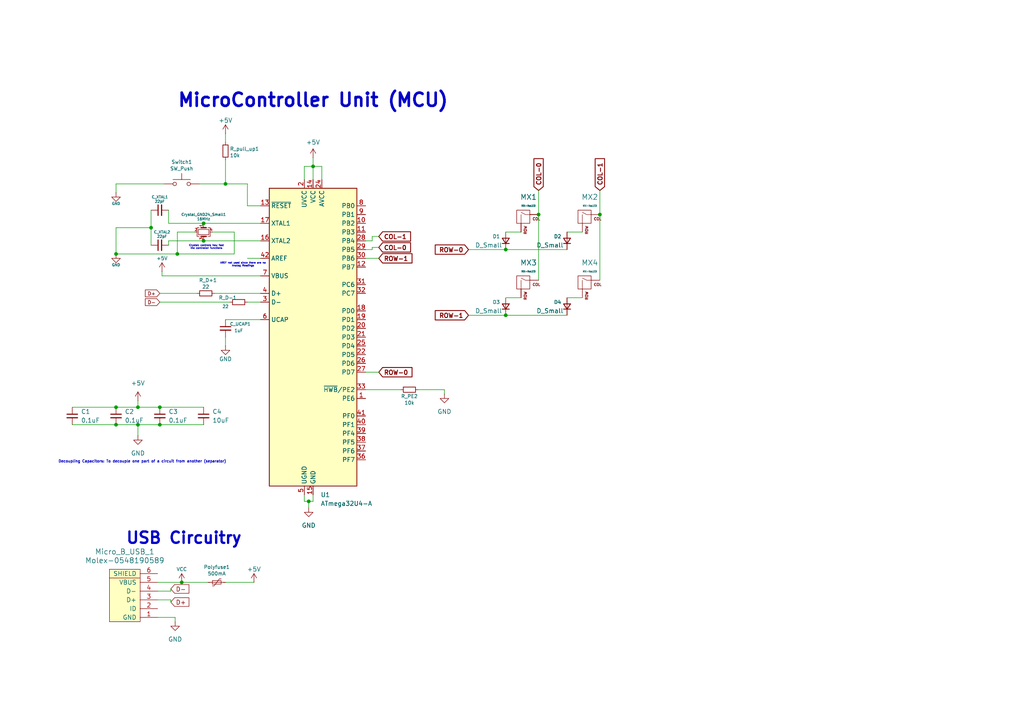
<source format=kicad_sch>
(kicad_sch (version 20231120) (generator "eeschema") (generator_version "8.0")
  (paper "A4")
  (title_block (title "Mechanical Keyboard PCB V1.0") (date "2024-08-16"))
  (lib_symbols
    (symbol "Device:C_Small" (pin_numbers hide) (pin_names (offset 0.254) hide)
      (property "Reference" "C" (at 0.254 1.778 0))
      (property "Value" "C_Small" (at 0.254 -2.032 0))
      (symbol "C_Small_0_1"
        (polyline (pts (xy -1.524 -0.508) (xy 1.524 -0.508)) (stroke (width 0.3302)))
        (polyline (pts (xy -1.524 0.508) (xy 1.524 0.508)) (stroke (width 0.3048)))
      )
      (symbol "C_Small_1_1"
        (pin passive line (at 0 2.54 270) (length 2.032) (name "~") (number "1"))
        (pin passive line (at 0 -2.54 90) (length 2.032) (name "~") (number "2"))
      )
    )
    (symbol "Device:Crystal_GND24_Small" (pin_names (offset 1.016) hide)
      (property "Reference" "Y" (at 1.27 4.445 0))
      (property "Value" "Crystal_GND24_Small" (at 1.27 2.54 0))
      (symbol "Crystal_GND24_Small_0_1"
        (rectangle (start -0.762 -1.524) (end 0.762 1.524))
        (polyline (pts (xy -1.27 -0.762) (xy -1.27 0.762)) (stroke (width 0.381)))
        (polyline (pts (xy 1.27 -0.762) (xy 1.27 0.762)) (stroke (width 0.381)))
        (polyline (pts (xy -1.27 -1.27) (xy -1.27 -1.905) (xy 1.27 -1.905) (xy 1.27 -1.27)))
        (polyline (pts (xy -1.27 1.27) (xy -1.27 1.905) (xy 1.27 1.905) (xy 1.27 1.27)))
      )
      (symbol "Crystal_GND24_Small_1_1"
        (pin passive line (at -2.54 0 0) (length 1.27) (name "1") (number "1"))
        (pin passive line (at 0 -2.54 90) (length 0.635) (name "2") (number "2"))
        (pin passive line (at 2.54 0 180) (length 1.27) (name "3") (number "3"))
        (pin passive line (at 0 2.54 270) (length 0.635) (name "4") (number "4"))
      )
    )
    (symbol "Device:D_Small" (pin_numbers hide) (pin_names (offset 0.254) hide)
      (property "Reference" "D" (at -1.27 2.032 0))
      (property "Value" "D_Small" (at -3.81 -2.032 0))
      (symbol "D_Small_0_1"
        (polyline (pts (xy -0.762 -1.016) (xy -0.762 1.016)) (stroke (width 0.254)))
        (polyline (pts (xy -0.762 0) (xy 0.762 0)))
        (polyline (pts (xy 0.762 -1.016) (xy -0.762 0) (xy 0.762 1.016) (xy 0.762 -1.016)) (stroke (width 0.254)))
      )
      (symbol "D_Small_1_1"
        (pin passive line (at -2.54 0 0) (length 1.778) (name "K") (number "1"))
        (pin passive line (at 2.54 0 180) (length 1.778) (name "A") (number "2"))
      )
    )
    (symbol "Device:Polyfuse_Small" (pin_numbers hide) (pin_names (offset 0))
      (property "Reference" "F" (at -1.905 0 90))
      (property "Value" "Polyfuse_Small" (at 1.905 0 90))
      (symbol "Polyfuse_Small_0_1"
        (rectangle (start -0.508 1.27) (end 0.508 -1.27))
        (polyline (pts (xy 0 2.54) (xy 0 -2.54)))
        (polyline (pts (xy -1.016 1.27) (xy -1.016 0.762) (xy 1.016 -0.762) (xy 1.016 -1.27)))
      )
      (symbol "Polyfuse_Small_1_1"
        (pin passive line (at 0 2.54 270) (length 0.635) (name "~") (number "1"))
        (pin passive line (at 0 -2.54 90) (length 0.635) (name "~") (number "2"))
      )
    )
    (symbol "Device:R_Small" (pin_numbers hide) (pin_names (offset 0.254) hide)
      (property "Reference" "R" (at 0.762 0.508 0))
      (property "Value" "R_Small" (at 0.762 -1.016 0))
      (symbol "R_Small_0_1"
        (rectangle (start -0.762 1.778) (end 0.762 -1.778) (stroke (width 0.2032)))
      )
      (symbol "R_Small_1_1"
        (pin passive line (at 0 2.54 270) (length 0.762) (name "~") (number "1"))
        (pin passive line (at 0 -2.54 90) (length 0.762) (name "~") (number "2"))
      )
    )
    (symbol "MCU_Microchip_ATmega:ATmega32U4-A"
      (property "Reference" "U" (at -12.7 44.45 0))
      (property "Value" "ATmega32U4-A" (at 2.54 -44.45 0))
      (symbol "ATmega32U4-A_0_1"
        (rectangle (start -12.7 -43.18) (end 12.7 43.18) (stroke (width 0.254)) (fill (type background)))
      )
      (symbol "ATmega32U4-A_1_1"
        (pin bidirectional line (at 15.24 -17.78 180) (length 2.54) (name "PE6") (number "1"))
        (pin bidirectional line (at 15.24 33.02 180) (length 2.54) (name "PB2") (number "10"))
        (pin bidirectional line (at 15.24 30.48 180) (length 2.54) (name "PB3") (number "11"))
        (pin bidirectional line (at 15.24 20.32 180) (length 2.54) (name "PB7") (number "12"))
        (pin input line (at -15.24 38.1 0) (length 2.54) (name "~{RESET}") (number "13"))
        (pin power_in line (at 0 45.72 270) (length 2.54) (name "VCC") (number "14"))
        (pin power_in line (at 0 -45.72 90) (length 2.54) (name "GND") (number "15"))
        (pin output line (at -15.24 27.94 0) (length 2.54) (name "XTAL2") (number "16"))
        (pin input line (at -15.24 33.02 0) (length 2.54) (name "XTAL1") (number "17"))
        (pin bidirectional line (at 15.24 7.62 180) (length 2.54) (name "PD0") (number "18"))
        (pin bidirectional line (at 15.24 5.08 180) (length 2.54) (name "PD1") (number "19"))
        (pin power_in line (at -2.54 45.72 270) (length 2.54) (name "UVCC") (number "2"))
        (pin bidirectional line (at 15.24 2.54 180) (length 2.54) (name "PD2") (number "20"))
        (pin bidirectional line (at 15.24 0 180) (length 2.54) (name "PD3") (number "21"))
        (pin bidirectional line (at 15.24 -5.08 180) (length 2.54) (name "PD5") (number "22"))
        (pin passive line (at 0 -45.72 90) (length 2.54) hide (name "GND") (number "23"))
        (pin power_in line (at 2.54 45.72 270) (length 2.54) (name "AVCC") (number "24"))
        (pin bidirectional line (at 15.24 -2.54 180) (length 2.54) (name "PD4") (number "25"))
        (pin bidirectional line (at 15.24 -7.62 180) (length 2.54) (name "PD6") (number "26"))
        (pin bidirectional line (at 15.24 -10.16 180) (length 2.54) (name "PD7") (number "27"))
        (pin bidirectional line (at 15.24 27.94 180) (length 2.54) (name "PB4") (number "28"))
        (pin bidirectional line (at 15.24 25.4 180) (length 2.54) (name "PB5") (number "29"))
        (pin bidirectional line (at -15.24 10.16 0) (length 2.54) (name "D-") (number "3"))
        (pin bidirectional line (at 15.24 22.86 180) (length 2.54) (name "PB6") (number "30"))
        (pin bidirectional line (at 15.24 15.24 180) (length 2.54) (name "PC6") (number "31"))
        (pin bidirectional line (at 15.24 12.7 180) (length 2.54) (name "PC7") (number "32"))
        (pin bidirectional line (at 15.24 -15.24 180) (length 2.54) (name "~{HWB}/PE2") (number "33"))
        (pin passive line (at 0 45.72 270) (length 2.54) hide (name "VCC") (number "34"))
        (pin passive line (at 0 -45.72 90) (length 2.54) hide (name "GND") (number "35"))
        (pin bidirectional line (at 15.24 -35.56 180) (length 2.54) (name "PF7") (number "36"))
        (pin bidirectional line (at 15.24 -33.02 180) (length 2.54) (name "PF6") (number "37"))
        (pin bidirectional line (at 15.24 -30.48 180) (length 2.54) (name "PF5") (number "38"))
        (pin bidirectional line (at 15.24 -27.94 180) (length 2.54) (name "PF4") (number "39"))
        (pin bidirectional line (at -15.24 12.7 0) (length 2.54) (name "D+") (number "4"))
        (pin bidirectional line (at 15.24 -25.4 180) (length 2.54) (name "PF1") (number "40"))
        (pin bidirectional line (at 15.24 -22.86 180) (length 2.54) (name "PF0") (number "41"))
        (pin passive line (at -15.24 22.86 0) (length 2.54) (name "AREF") (number "42"))
        (pin passive line (at 0 -45.72 90) (length 2.54) hide (name "GND") (number "43"))
        (pin passive line (at 2.54 45.72 270) (length 2.54) hide (name "AVCC") (number "44"))
        (pin passive line (at -2.54 -45.72 90) (length 2.54) (name "UGND") (number "5"))
        (pin passive line (at -15.24 5.08 0) (length 2.54) (name "UCAP") (number "6"))
        (pin input line (at -15.24 17.78 0) (length 2.54) (name "VBUS") (number "7"))
        (pin bidirectional line (at 15.24 38.1 180) (length 2.54) (name "PB0") (number "8"))
        (pin bidirectional line (at 15.24 35.56 180) (length 2.54) (name "PB1") (number "9"))
      )
    )
    (symbol "MX_Alps_Hybrid:MX-NoLED" (pin_names (offset 1.016))
      (property "Reference" "MX" (at -0.635 3.81 0))
      (property "Value" "MX-NoLED" (at -0.635 1.27 0))
      (symbol "MX-NoLED_0_0"
        (rectangle (start -2.54 2.54) (end 1.27 -1.27))
        (polyline (pts (xy -1.27 -1.27) (xy -1.27 1.27)) (stroke (width 0.127)))
        (polyline (pts (xy 1.27 1.27) (xy 0 1.27) (xy -1.27 1.905)) (stroke (width 0.127)))
        (text "COL" (at 3.175 0 0) (effects (font (size 0.762 0.762))))
        (text "ROW" (at 0 -1.905 900) (effects (font (size 0.762 0.762)) (justify right)))
      )
      (symbol "MX-NoLED_1_1"
        (pin passive line (at 3.81 1.27 180) (length 2.54) (name "COL") (number "1"))
        (pin passive line (at -1.27 -3.81 90) (length 2.54) (name "ROW") (number "2"))
      )
    )
    (symbol "Switch:SW_Push" (pin_numbers hide) (pin_names (offset 1.016) hide)
      (property "Reference" "SW" (at 1.27 2.54 0))
      (property "Value" "SW_Push" (at 0 -1.524 0))
      (symbol "SW_Push_0_1"
        (circle (center -2.032 0) (radius 0.508))
        (polyline (pts (xy 0 1.27) (xy 0 3.048)))
        (polyline (pts (xy 2.54 1.27) (xy -2.54 1.27)))
        (circle (center 2.032 0) (radius 0.508))
        (pin passive line (at -5.08 0 0) (length 2.54) (name "1") (number "1"))
        (pin passive line (at 5.08 0 180) (length 2.54) (name "2") (number "2"))
      )
    )
    (symbol "power:+5V" (power) (pin_numbers hide) (pin_names (offset 0) hide)
      (property "Value" "+5V" (at 0 3.556 0))
      (symbol "+5V_0_1"
        (polyline (pts (xy -0.762 1.27) (xy 0 2.54)))
        (polyline (pts (xy 0 0) (xy 0 2.54)))
        (polyline (pts (xy 0 2.54) (xy 0.762 1.27)))
      )
      (symbol "+5V_1_1"
        (pin power_in line (at 0 0 90) (length 0) (name "~") (number "1"))
      )
    )
    (symbol "power:GND" (power) (pin_numbers hide) (pin_names (offset 0) hide)
      (property "Value" "GND" (at 0 -3.81 0))
      (symbol "GND_0_1"
        (polyline (pts (xy 0 0) (xy 0 -1.27) (xy 1.27 -1.27) (xy 0 -2.54) (xy -1.27 -1.27) (xy 0 -1.27)))
      )
      (symbol "GND_1_1"
        (pin power_in line (at 0 0 270) (length 0) (name "~") (number "1"))
      )
    )
    (symbol "power:VCC" (power) (pin_numbers hide) (pin_names (offset 0) hide)
      (property "Value" "VCC" (at 0 3.556 0))
      (symbol "VCC_0_1"
        (polyline (pts (xy -0.762 1.27) (xy 0 2.54)))
        (polyline (pts (xy 0 0) (xy 0 2.54)))
        (polyline (pts (xy 0 2.54) (xy 0.762 1.27)))
      )
      (symbol "VCC_1_1"
        (pin power_in line (at 0 0 90) (length 0) (name "~") (number "1"))
      )
    )
    (symbol "random-keyboard-parts:Molex-0548190589" (pin_names (offset 1.016))
      (property "Reference" "USB" (at 0 7.62 0))
      (property "Value" "Molex-0548190589" (at 0 10.16 0))
      (symbol "Molex-0548190589_0_0"
        (polyline (pts (xy 6.35 -2.54) (xy 6.35 6.35)))
        (rectangle (start 8.89 -2.54) (end -6.35 6.35) (fill (type background)))
      )
      (symbol "Molex-0548190589_1_1"
        (pin input line (at -5.08 -7.62 90) (length 5.08) (name "GND") (number "1"))
        (pin input line (at -2.54 -7.62 90) (length 5.08) (name "ID") (number "2"))
        (pin input line (at 0 -7.62 90) (length 5.08) (name "D+") (number "3"))
        (pin input line (at 2.54 -7.62 90) (length 5.08) (name "D-") (number "4"))
        (pin input line (at 5.08 -7.62 90) (length 5.08) (name "VBUS") (number "5"))
        (pin input line (at 7.62 -7.62 90) (length 5.08) (name "SHIELD") (number "6"))
      )
    )
  )
  (junction (at 146.685 91.44))
  (junction (at 156.21 62.23))
  (junction (at 46.355 118.11))
  (junction (at 59.055 64.77))
  (junction (at 33.655 118.11))
  (junction (at 90.805 48.26))
  (junction (at 43.815 66.04))
  (junction (at 33.655 123.19))
  (junction (at 65.405 53.34))
  (junction (at 89.535 145.415))
  (junction (at 40.005 123.19))
  (junction (at 173.99 62.23))
  (junction (at 146.685 72.39))
  (junction (at 51.435 73.66))
  (junction (at 59.055 69.85))
  (junction (at 46.355 123.19))
  (junction (at 52.705 168.91))
  (junction (at 40.005 118.11))
  (junction (at 33.655 73.66))
  (wire (pts (xy 106.045 107.95) (xy 109.855 107.95)))
  (wire (pts (xy 51.435 73.66) (xy 33.655 73.66)))
  (wire (pts (xy 164.465 67.31) (xy 168.91 67.31)))
  (wire (pts (xy 90.805 48.26) (xy 90.805 52.07)))
  (wire (pts (xy 156.21 55.245) (xy 156.21 62.23)))
  (wire (pts (xy 49.53 173.99) (xy 49.53 174.625)))
  (wire (pts (xy 59.055 69.85) (xy 75.565 69.85)))
  (wire (pts (xy 59.055 64.77) (xy 75.565 64.77)))
  (wire (pts (xy 121.285 113.03) (xy 128.905 113.03)))
  (wire (pts (xy 40.005 123.19) (xy 40.005 126.365)))
  (wire (pts (xy 46.355 87.63) (xy 66.675 87.63)))
  (wire (pts (xy 107.95 68.58) (xy 109.855 68.58)))
  (wire (pts (xy 20.955 123.19) (xy 33.655 123.19)))
  (wire (pts (xy 73.66 168.91) (xy 65.405 168.91)))
  (wire (pts (xy 56.515 67.31) (xy 51.435 67.31)))
  (wire (pts (xy 107.95 71.755) (xy 109.855 71.755)))
  (wire (pts (xy 45.72 171.45) (xy 49.53 171.45)))
  (wire (pts (xy 146.685 86.36) (xy 151.13 86.36)))
  (wire (pts (xy 43.815 66.04) (xy 33.655 66.04)))
  (wire (pts (xy 88.265 52.07) (xy 88.265 48.26)))
  (wire (pts (xy 51.435 73.66) (xy 67.945 73.66)))
  (wire (pts (xy 88.265 145.415) (xy 89.535 145.415)))
  (wire (pts (xy 71.755 59.69) (xy 75.565 59.69)))
  (wire (pts (xy 67.945 67.31) (xy 67.945 73.66)))
  (wire (pts (xy 59.055 69.85) (xy 48.895 69.85)))
  (wire (pts (xy 106.045 72.39) (xy 107.95 72.39)))
  (wire (pts (xy 93.345 48.26) (xy 90.805 48.26)))
  (wire (pts (xy 65.405 97.79) (xy 65.405 100.33)))
  (wire (pts (xy 65.405 53.34) (xy 71.755 53.34)))
  (wire (pts (xy 45.72 168.91) (xy 52.705 168.91)))
  (wire (pts (xy 49.53 171.45) (xy 49.53 170.815)))
  (wire (pts (xy 46.355 85.09) (xy 57.15 85.09)))
  (wire (pts (xy 57.785 53.34) (xy 65.405 53.34)))
  (wire (pts (xy 65.405 46.355) (xy 65.405 53.34)))
  (wire (pts (xy 71.755 53.34) (xy 71.755 59.69)))
  (wire (pts (xy 107.95 72.39) (xy 107.95 71.755)))
  (wire (pts (xy 93.345 52.07) (xy 93.345 48.26)))
  (wire (pts (xy 43.815 60.96) (xy 43.815 66.04)))
  (wire (pts (xy 88.265 48.26) (xy 90.805 48.26)))
  (wire (pts (xy 106.045 69.85) (xy 107.95 69.85)))
  (wire (pts (xy 89.535 145.415) (xy 89.535 147.32)))
  (wire (pts (xy 43.815 66.04) (xy 43.815 71.12)))
  (wire (pts (xy 61.595 67.31) (xy 67.945 67.31)))
  (wire (pts (xy 45.72 173.99) (xy 49.53 173.99)))
  (wire (pts (xy 40.005 116.205) (xy 40.005 118.11)))
  (wire (pts (xy 156.21 62.23) (xy 156.21 81.28)))
  (wire (pts (xy 75.565 80.01) (xy 46.99 80.01)))
  (wire (pts (xy 135.89 91.44) (xy 146.685 91.44)))
  (wire (pts (xy 71.755 87.63) (xy 75.565 87.63)))
  (wire (pts (xy 146.685 72.39) (xy 164.465 72.39)))
  (wire (pts (xy 33.655 118.11) (xy 40.005 118.11)))
  (wire (pts (xy 52.705 168.91) (xy 60.325 168.91)))
  (wire (pts (xy 65.405 92.71) (xy 75.565 92.71)))
  (wire (pts (xy 135.89 72.39) (xy 146.685 72.39)))
  (wire (pts (xy 45.72 179.07) (xy 50.8 179.07)))
  (wire (pts (xy 71.755 74.93) (xy 75.565 74.93)))
  (wire (pts (xy 48.895 69.85) (xy 48.895 71.12)))
  (wire (pts (xy 59.055 118.11) (xy 46.355 118.11)))
  (wire (pts (xy 88.265 145.415) (xy 88.265 143.51)))
  (wire (pts (xy 173.99 62.23) (xy 173.99 81.28)))
  (wire (pts (xy 106.045 113.03) (xy 116.205 113.03)))
  (wire (pts (xy 33.655 66.04) (xy 33.655 73.66)))
  (wire (pts (xy 146.685 91.44) (xy 164.465 91.44)))
  (wire (pts (xy 33.655 123.19) (xy 40.005 123.19)))
  (wire (pts (xy 128.905 113.03) (xy 128.905 114.3)))
  (wire (pts (xy 90.805 145.415) (xy 90.805 143.51)))
  (wire (pts (xy 146.685 67.31) (xy 151.13 67.31)))
  (wire (pts (xy 50.8 179.07) (xy 50.8 180.34)))
  (wire (pts (xy 33.655 53.34) (xy 47.625 53.34)))
  (wire (pts (xy 46.355 123.19) (xy 59.055 123.19)))
  (wire (pts (xy 107.95 69.85) (xy 107.95 68.58)))
  (wire (pts (xy 33.655 55.88) (xy 33.655 53.34)))
  (wire (pts (xy 65.405 38.735) (xy 65.405 41.275)))
  (wire (pts (xy 106.045 74.93) (xy 109.855 74.93)))
  (wire (pts (xy 46.355 118.11) (xy 40.005 118.11)))
  (wire (pts (xy 59.055 64.77) (xy 48.895 64.77)))
  (wire (pts (xy 51.435 67.31) (xy 51.435 73.66)))
  (wire (pts (xy 62.23 85.09) (xy 75.565 85.09)))
  (wire (pts (xy 90.805 45.72) (xy 90.805 48.26)))
  (wire (pts (xy 20.955 118.11) (xy 33.655 118.11)))
  (wire (pts (xy 173.99 55.245) (xy 173.99 62.23)))
  (wire (pts (xy 48.895 64.77) (xy 48.895 60.96)))
  (wire (pts (xy 46.99 78.74) (xy 46.99 80.01)))
  (wire (pts (xy 40.005 123.19) (xy 46.355 123.19)))
  (wire (pts (xy 90.805 145.415) (xy 89.535 145.415)))
  (wire (pts (xy 164.465 86.36) (xy 168.91 86.36)))
  (text "USB Circuitry" (at 53.34 156.21 0) (effects (font (size 3.302 3.302) (thickness 0.6604) (bold yes))))
  (text "AREF not used since there are no\nAnalog Readings\n" (at 70.485 76.835 0) (effects (font (size 0.508 0.508))))
  (text " Crystal: controls how fast\n the controller functions\n" (at 59.69 71.755 0) (effects (font (size 0.508 0.508))))
  (text "Decoupling Capacitors: To decouple one part of a circuit from another (separator)\n" (at 41.275 133.985 0) (effects (font (size 0.762 0.762))))
  (text "MicroController Unit (MCU)" (at 90.805 29.21 0) (effects (font (size 3.81 3.81) (thickness 0.762) (bold yes))))
  (global_label "D+" (shape input) (at 46.355 85.09 180) (effects (font (size 1.016 1.016))) (property "Intersheetrefs" "${INTERSHEET_REFS}" (effects (hide yes))))
  (global_label "ROW-1" (shape input) (at 135.89 91.44 180) (effects (font (bold yes))) (property "Intersheetrefs" "${INTERSHEET_REFS}" (effects (hide yes))))
  (global_label "D-" (shape input) (at 49.53 170.815 0) (property "Intersheetrefs" "${INTERSHEET_REFS}" (effects (hide yes))))
  (global_label "COL-1" (shape input) (at 109.855 68.58 0) (effects (font (bold yes))) (property "Intersheetrefs" "${INTERSHEET_REFS}" (effects (hide yes))))
  (global_label "D+" (shape input) (at 49.53 174.625 0) (property "Intersheetrefs" "${INTERSHEET_REFS}" (effects (hide yes))))
  (global_label "COL-0" (shape input) (at 109.855 71.755 0) (effects (font (bold yes))) (property "Intersheetrefs" "${INTERSHEET_REFS}" (effects (hide yes))))
  (global_label "ROW-0" (shape input) (at 109.855 107.95 0) (effects (font (bold yes))) (property "Intersheetrefs" "${INTERSHEET_REFS}" (effects (hide yes))))
  (global_label "COL-0" (shape input) (at 156.21 55.245 90) (effects (font (bold yes))) (property "Intersheetrefs" "${INTERSHEET_REFS}" (effects (hide yes))))
  (global_label "ROW-1" (shape input) (at 109.855 74.93 0) (effects (font (bold yes))) (property "Intersheetrefs" "${INTERSHEET_REFS}" (effects (hide yes))))
  (global_label "COL-1" (shape input) (at 173.99 55.245 90) (effects (font (bold yes))) (property "Intersheetrefs" "${INTERSHEET_REFS}" (effects (hide yes))))
  (global_label "ROW-0" (shape input) (at 135.89 72.39 180) (effects (font (bold yes))) (property "Intersheetrefs" "${INTERSHEET_REFS}" (effects (hide yes))))
  (global_label "D-" (shape input) (at 46.355 87.63 180) (effects (font (size 1.016 1.016))) (property "Intersheetrefs" "${INTERSHEET_REFS}" (effects (hide yes))))
  (symbol (lib_id "power:+5V") (at 90.805 45.72 0) (unit 1)
    (property "Reference" "#PWR01" (effects (hide yes)))
    (property "Value" "+5V" (at 90.805 41.275 0))
    (property "Description" "Power symbol creates a global label with name \"+5V\"" (effects (hide yes)))
  )
  (symbol (lib_id "Device:C_Small") (at 65.405 95.25 0) (unit 1)
    (property "Reference" "C_UCAP1" (at 66.675 93.98 0) (effects (font (size 0.889 0.889)) (justify left)))
    (property "Value" "1uF" (at 67.945 95.885 0) (effects (font (size 0.889 0.889)) (justify left)))
    (property "Footprint" "Capacitor_SMD:C_0805_2012Metric" (effects (hide yes)))
    (property "Description" "Unpolarized capacitor, small symbol" (effects (hide yes)))
  )
  (symbol (lib_id "power:GND") (at 50.8 180.34 0) (unit 1)
    (property "Reference" "#PWR013" (effects (hide yes)))
    (property "Value" "GND" (at 50.8 185.42 0))
    (property "Description" "Power symbol creates a global label with name \"GND\" , ground" (effects (hide yes)))
  )
  (symbol (lib_id "Device:D_Small") (at 146.685 69.85 90) (unit 1)
    (property "Reference" "D1" (at 142.875 68.58 90) (effects (font (size 1.016 1.016)) (justify right)))
    (property "Value" "D_Small" (at 137.795 71.12 90) (effects (justify right)))
    (property "Footprint" "Diode_SMD:D_SOD-123" (effects (hide yes)))
    (property "Description" "Diode, small symbol" (effects (hide yes)))
    (property "Sim.Device" "D" (effects (hide yes)))
    (property "Sim.Pins" "1=K 2=A" (effects (hide yes)))
  )
  (symbol (lib_id "power:GND") (at 33.655 73.66 0) (unit 1)
    (property "Reference" "#PWR08" (effects (hide yes)))
    (property "Value" "GND" (at 33.655 76.835 0) (effects (font (size 0.762 0.762))))
    (property "Description" "Power symbol creates a global label with name \"GND\" , ground" (effects (hide yes)))
  )
  (symbol (lib_id "power:GND") (at 40.005 126.365 0) (unit 1)
    (property "Reference" "#PWR05" (effects (hide yes)))
    (property "Value" "GND" (at 40.005 131.445 0))
    (property "Description" "Power symbol creates a global label with name \"GND\" , ground" (effects (hide yes)))
  )
  (symbol (lib_id "Device:D_Small") (at 146.685 88.9 90) (unit 1)
    (property "Reference" "D3" (at 142.875 87.63 90) (effects (font (size 1.016 1.016)) (justify right)))
    (property "Value" "D_Small" (at 137.795 90.17 90) (effects (justify right)))
    (property "Footprint" "Diode_SMD:D_SOD-123" (effects (hide yes)))
    (property "Description" "Diode, small symbol" (effects (hide yes)))
    (property "Sim.Device" "D" (effects (hide yes)))
    (property "Sim.Pins" "1=K 2=A" (effects (hide yes)))
  )
  (symbol (lib_id "power:+5V") (at 40.005 116.205 0) (unit 1)
    (property "Reference" "#PWR06" (effects (hide yes)))
    (property "Value" "+5V" (at 40.005 111.125 0))
    (property "Description" "Power symbol creates a global label with name \"+5V\"" (effects (hide yes)))
  )
  (symbol (lib_id "MX_Alps_Hybrid:MX-NoLED") (at 152.4 82.55 0) (unit 1)
    (property "Reference" "MX3" (at 153.2952 76.2 0) (effects (font (size 1.524 1.524))))
    (property "Value" "MX-NoLED" (at 153.2952 78.74 0) (effects (font (size 0.508 0.508))))
    (property "Footprint" "MX_Hotswap:MX-Hotswap-1U" (effects (hide yes)))
  )
  (symbol (lib_id "Device:Crystal_GND24_Small") (at 59.055 67.31 270) (unit 1)
    (property "Reference" "Crystal_GND24_Small1" (at 59.055 62.23 90) (effects (font (size 0.762 0.762))))
    (property "Value" "16MHz" (at 59.055 63.5 90) (effects (font (size 0.762 0.762))))
    (property "Footprint" "Crystal:Crystal_SMD_3225-4Pin_3.2x2.5mm" (effects (hide yes)))
    (property "Description" "Four pin crystal, GND on pins 2 and 4, small symbol" (effects (hide yes)))
  )
  (symbol (lib_id "Device:D_Small") (at 164.465 88.9 90) (unit 1)
    (property "Reference" "D4" (at 160.655 87.63 90) (effects (font (size 1.016 1.016)) (justify right)))
    (property "Value" "D_Small" (at 155.575 90.17 90) (effects (justify right)))
    (property "Footprint" "Diode_SMD:D_SOD-123" (effects (hide yes)))
    (property "Description" "Diode, small symbol" (effects (hide yes)))
    (property "Sim.Device" "D" (effects (hide yes)))
    (property "Sim.Pins" "1=K 2=A" (effects (hide yes)))
  )
  (symbol (lib_id "Device:C_Small") (at 46.355 71.12 90) (unit 1)
    (property "Reference" "C_XTAL2" (at 46.99 67.31 90) (effects (font (size 0.762 0.762))))
    (property "Value" "22pF" (at 46.99 68.58 90) (effects (font (size 0.762 0.762))))
    (property "Footprint" "Capacitor_SMD:C_0805_2012Metric" (effects (hide yes)))
    (property "Description" "Unpolarized capacitor, small symbol" (effects (hide yes)))
  )
  (symbol (lib_id "Device:R_Small") (at 59.69 85.09 270) (unit 1)
    (property "Reference" "R_D+1" (at 60.325 81.28 90) (effects (font (size 1.016 1.016))))
    (property "Value" "22" (at 59.69 83.185 90) (effects (font (size 1.016 1.016))))
    (property "Footprint" "Resistor_SMD:R_0805_2012Metric" (effects (hide yes)))
    (property "Description" "Resistor, small symbol" (effects (hide yes)))
  )
  (symbol (lib_id "Switch:SW_Push") (at 52.705 53.34 0) (unit 1)
    (property "Reference" "Switch1" (at 52.705 46.99 0) (effects (font (size 1.016 1.016))))
    (property "Value" "SW_Push" (at 52.705 48.895 0) (effects (font (size 1.016 1.016))))
    (property "Footprint" "random-keyboard-parts:SKQG-1155865" (effects (hide yes)))
    (property "Description" "Push button switch, generic, two pins" (effects (hide yes)))
  )
  (symbol (lib_id "power:+5V") (at 65.405 38.735 0) (unit 1)
    (property "Reference" "#PWR010" (effects (hide yes)))
    (property "Value" "+5V" (at 65.405 34.925 0))
    (property "Description" "Power symbol creates a global label with name \"+5V\"" (effects (hide yes)))
  )
  (symbol (lib_id "Device:C_Small") (at 46.355 120.65 0) (unit 1)
    (property "Reference" "C3" (at 48.895 119.3862 0) (effects (justify left)))
    (property "Value" "0.1uF" (at 48.895 121.9262 0) (effects (justify left)))
    (property "Footprint" "Capacitor_SMD:C_0805_2012Metric" (effects (hide yes)))
    (property "Description" "Unpolarized capacitor, small symbol" (effects (hide yes)))
  )
  (symbol (lib_id "Device:Polyfuse_Small") (at 62.865 168.91 90) (unit 1)
    (property "Reference" "Polyfuse1" (at 62.865 164.465 90) (effects (font (size 1.016 1.016))))
    (property "Value" "500mA" (at 62.865 166.37 90) (effects (font (size 1.016 1.016))))
    (property "Footprint" "Fuse:Fuse_1206_3216Metric" (effects (hide yes)))
    (property "Description" "Resettable fuse, polymeric positive temperature coefficient, small symbol" (effects (hide yes)))
  )
  (symbol (lib_id "MX_Alps_Hybrid:MX-NoLED") (at 170.18 63.5 0) (unit 1)
    (property "Reference" "MX2" (at 171.0752 57.15 0) (effects (font (size 1.524 1.524))))
    (property "Value" "MX-NoLED" (at 171.0752 59.69 0) (effects (font (size 0.508 0.508))))
    (property "Footprint" "MX_Hotswap:MX-Hotswap-1U" (effects (hide yes)))
  )
  (symbol (lib_id "Device:C_Small") (at 33.655 120.65 0) (unit 1)
    (property "Reference" "C2" (at 36.195 119.3862 0) (effects (justify left)))
    (property "Value" "0.1uF" (at 36.195 121.9262 0) (effects (justify left)))
    (property "Footprint" "Capacitor_SMD:C_0805_2012Metric" (effects (hide yes)))
    (property "Description" "Unpolarized capacitor, small symbol" (effects (hide yes)))
  )
  (symbol (lib_id "power:GND") (at 33.655 55.88 0) (unit 1)
    (property "Reference" "#PWR09" (effects (hide yes)))
    (property "Value" "GND" (at 33.655 59.055 0) (effects (font (size 0.762 0.762))))
    (property "Description" "Power symbol creates a global label with name \"GND\" , ground" (effects (hide yes)))
  )
  (symbol (lib_id "power:GND") (at 65.405 100.33 0) (unit 1)
    (property "Reference" "#PWR04" (effects (hide yes)))
    (property "Value" "GND" (at 65.405 104.14 0) (effects (font (size 1.143 1.143))))
    (property "Description" "Power symbol creates a global label with name \"GND\" , ground" (effects (hide yes)))
  )
  (symbol (lib_id "Device:R_Small") (at 69.215 87.63 90) (unit 1)
    (property "Reference" "R_D-1" (at 66.04 86.36 90) (effects (font (size 1.016 1.016))))
    (property "Value" "22" (at 65.405 88.9 90) (effects (font (size 0.889 0.889))))
    (property "Footprint" "Resistor_SMD:R_0805_2012Metric" (effects (hide yes)))
    (property "Description" "Resistor, small symbol" (effects (hide yes)))
  )
  (symbol (lib_id "MX_Alps_Hybrid:MX-NoLED") (at 152.4 63.5 0) (unit 1)
    (property "Reference" "MX1" (at 153.2952 57.15 0) (effects (font (size 1.524 1.524))))
    (property "Value" "MX-NoLED" (at 153.2952 59.69 0) (effects (font (size 0.508 0.508))))
    (property "Footprint" "MX_Hotswap:MX-Hotswap-1U" (effects (hide yes)))
  )
  (symbol (lib_id "Device:C_Small") (at 20.955 120.65 0) (unit 1)
    (property "Reference" "C1" (at 23.495 119.3862 0) (effects (justify left)))
    (property "Value" "0.1uF" (at 23.495 121.9262 0) (effects (justify left)))
    (property "Footprint" "Capacitor_SMD:C_0805_2012Metric" (effects (hide yes)))
    (property "Description" "Unpolarized capacitor, small symbol" (effects (hide yes)))
  )
  (symbol (lib_id "MCU_Microchip_ATmega:ATmega32U4-A") (at 90.805 97.79 0) (unit 1)
    (property "Reference" "U1" (at 92.9991 143.51 0) (effects (justify left)))
    (property "Value" "ATmega32U4-A" (at 92.9991 146.05 0) (effects (justify left)))
    (property "Footprint" "Package_QFP:TQFP-44_10x10mm_P0.8mm" (effects (hide yes)))
    (property "Datasheet" "http://ww1.microchip.com/downloads/en/DeviceDoc/Atmel-7766-8-bit-AVR-ATmega16U4-32U4_Datasheet.pdf" (effects (hide yes)))
    (property "Description" "16MHz, 32kB Flash, 2.5kB SRAM, 1kB EEPROM, USB 2.0, TQFP-44" (effects (hide yes)))
  )
  (symbol (lib_id "Device:D_Small") (at 164.465 69.85 90) (unit 1)
    (property "Reference" "D2" (at 160.655 68.58 90) (effects (font (size 1.016 1.016)) (justify right)))
    (property "Value" "D_Small" (at 155.575 71.12 90) (effects (justify right)))
    (property "Footprint" "Diode_SMD:D_SOD-123" (effects (hide yes)))
    (property "Description" "Diode, small symbol" (effects (hide yes)))
    (property "Sim.Device" "D" (effects (hide yes)))
    (property "Sim.Pins" "1=K 2=A" (effects (hide yes)))
  )
  (symbol (lib_id "MX_Alps_Hybrid:MX-NoLED") (at 170.18 82.55 0) (unit 1)
    (property "Reference" "MX4" (at 171.0752 76.2 0) (effects (font (size 1.524 1.524))))
    (property "Value" "MX-NoLED" (at 171.0752 78.74 0) (effects (font (size 0.508 0.508))))
    (property "Footprint" "MX_Hotswap:MX-Hotswap-1U" (effects (hide yes)))
  )
  (symbol (lib_id "random-keyboard-parts:Molex-0548190589") (at 38.1 173.99 90) (unit 1)
    (property "Reference" "Micro_B_USB_1" (at 36.195 160.02 90) (effects (font (size 1.524 1.524))))
    (property "Value" "Molex-0548190589" (at 36.195 162.56 90) (effects (font (size 1.524 1.524))))
    (property "Footprint" "random-keyboard-parts:Molex-0548190589" (effects (hide yes)))
  )
  (symbol (lib_id "power:GND") (at 89.535 147.32 0) (unit 1)
    (property "Reference" "#PWR02" (effects (hide yes)))
    (property "Value" "GND" (at 89.535 152.4 0))
    (property "Description" "Power symbol creates a global label with name \"GND\" , ground" (effects (hide yes)))
  )
  (symbol (lib_id "power:GND") (at 128.905 114.3 0) (unit 1)
    (property "Reference" "#PWR03" (effects (hide yes)))
    (property "Value" "GND" (at 128.905 119.38 0))
    (property "Description" "Power symbol creates a global label with name \"GND\" , ground" (effects (hide yes)))
  )
  (symbol (lib_id "Device:C_Small") (at 59.055 120.65 0) (unit 1)
    (property "Reference" "C4" (at 61.595 119.3862 0) (effects (justify left)))
    (property "Value" "10uF" (at 61.595 121.9262 0) (effects (justify left)))
    (property "Footprint" "Capacitor_SMD:C_0805_2012Metric" (effects (hide yes)))
    (property "Description" "Unpolarized capacitor, small symbol" (effects (hide yes)))
  )
  (symbol (lib_id "power:+5V") (at 46.99 78.74 0) (unit 1)
    (property "Reference" "#PWR07" (effects (hide yes)))
    (property "Value" "+5V" (at 46.99 74.93 0) (effects (font (size 1.016 1.016))))
    (property "Description" "Power symbol creates a global label with name \"+5V\"" (effects (hide yes)))
  )
  (symbol (lib_id "Device:C_Small") (at 46.355 60.96 90) (unit 1)
    (property "Reference" "C_XTAL1" (at 46.355 57.15 90) (effects (font (size 0.762 0.762))))
    (property "Value" "22pF" (at 46.355 58.42 90) (effects (font (size 0.762 0.762))))
    (property "Footprint" "Capacitor_SMD:C_0805_2012Metric" (effects (hide yes)))
    (property "Description" "Unpolarized capacitor, small symbol" (effects (hide yes)))
  )
  (symbol (lib_id "power:+5V") (at 73.66 168.91 0) (unit 1)
    (property "Reference" "#PWR012" (effects (hide yes)))
    (property "Value" "+5V" (at 73.66 165.1 0))
    (property "Description" "Power symbol creates a global label with name \"+5V\"" (effects (hide yes)))
  )
  (symbol (lib_id "Device:R_Small") (at 65.405 43.815 0) (unit 1)
    (property "Reference" "R_pull_up1" (at 66.675 43.18 0) (effects (font (size 1.016 1.016)) (justify left)))
    (property "Value" "10k" (at 66.675 45.085 0) (effects (font (size 1.016 1.016)) (justify left)))
    (property "Footprint" "Resistor_SMD:R_0805_2012Metric" (effects (hide yes)))
    (property "Description" "Resistor, small symbol" (effects (hide yes)))
  )
  (symbol (lib_id "power:VCC") (at 52.705 168.91 0) (unit 1)
    (property "Reference" "#PWR011" (effects (hide yes)))
    (property "Value" "VCC" (at 52.705 165.1 0) (effects (font (size 1.016 1.016))))
    (property "Description" "Power symbol creates a global label with name \"VCC\"" (effects (hide yes)))
  )
  (symbol (lib_id "Device:R_Small") (at 118.745 113.03 90) (unit 1)
    (property "Reference" "R_PE2" (at 118.745 114.935 90) (effects (font (size 1.016 1.016))))
    (property "Value" "10k" (at 118.745 116.84 90) (effects (font (size 1.016 1.016))))
    (property "Footprint" "Resistor_SMD:R_0805_2012Metric" (effects (hide yes)))
    (property "Description" "Resistor, small symbol" (effects (hide yes)))
  )
)
</source>
